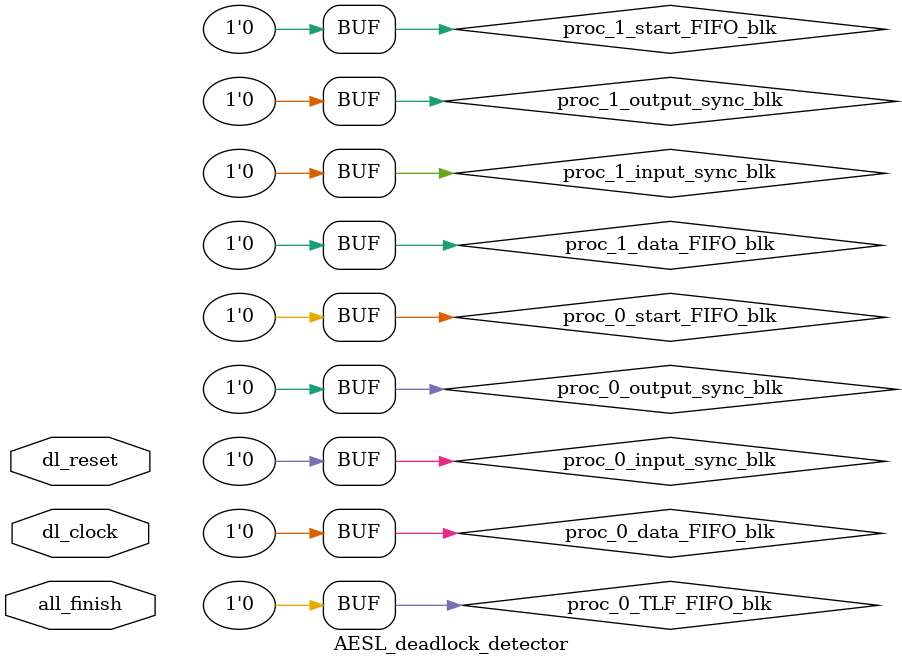
<source format=v>
`timescale 1 ns / 1 ps

module AESL_deadlock_detector (
    input dl_reset,
    input all_finish,
    input dl_clock);

    wire [0:0] proc_0_data_FIFO_blk;
    wire [0:0] proc_0_data_PIPO_blk;
    wire [0:0] proc_0_start_FIFO_blk;
    wire [0:0] proc_0_TLF_FIFO_blk;
    wire [0:0] proc_0_input_sync_blk;
    wire [0:0] proc_0_output_sync_blk;
    wire [0:0] proc_dep_vld_vec_0;
    reg [0:0] proc_dep_vld_vec_0_reg;
    wire [0:0] in_chan_dep_vld_vec_0;
    wire [1:0] in_chan_dep_data_vec_0;
    wire [0:0] token_in_vec_0;
    wire [0:0] out_chan_dep_vld_vec_0;
    wire [1:0] out_chan_dep_data_0;
    wire [0:0] token_out_vec_0;
    wire dl_detect_out_0;
    wire dep_chan_vld_1_0;
    wire [1:0] dep_chan_data_1_0;
    wire token_1_0;
    wire [0:0] proc_1_data_FIFO_blk;
    wire [0:0] proc_1_data_PIPO_blk;
    wire [0:0] proc_1_start_FIFO_blk;
    wire [0:0] proc_1_TLF_FIFO_blk;
    wire [0:0] proc_1_input_sync_blk;
    wire [0:0] proc_1_output_sync_blk;
    wire [0:0] proc_dep_vld_vec_1;
    reg [0:0] proc_dep_vld_vec_1_reg;
    wire [0:0] in_chan_dep_vld_vec_1;
    wire [1:0] in_chan_dep_data_vec_1;
    wire [0:0] token_in_vec_1;
    wire [0:0] out_chan_dep_vld_vec_1;
    wire [1:0] out_chan_dep_data_1;
    wire [0:0] token_out_vec_1;
    wire dl_detect_out_1;
    wire dep_chan_vld_0_1;
    wire [1:0] dep_chan_data_0_1;
    wire token_0_1;
    wire [1:0] dl_in_vec;
    wire dl_detect_out;
    wire token_clear;
    wire [1:0] origin;

    reg ap_done_reg_0;// for module AESL_inst_MultipleToSerial.Block_entry4_proc2_U0
    always @ (negedge dl_reset or posedge dl_clock) begin
        if (~dl_reset) begin
            ap_done_reg_0 <= 'b0;
        end
        else begin
            ap_done_reg_0 <= AESL_inst_MultipleToSerial.Block_entry4_proc2_U0.ap_done & ~AESL_inst_MultipleToSerial.Block_entry4_proc2_U0.ap_continue;
        end
    end

    reg ap_done_reg_1;// for module AESL_inst_MultipleToSerial.Loop_VITIS_LOOP_16_1_proc_U0
    always @ (negedge dl_reset or posedge dl_clock) begin
        if (~dl_reset) begin
            ap_done_reg_1 <= 'b0;
        end
        else begin
            ap_done_reg_1 <= AESL_inst_MultipleToSerial.Loop_VITIS_LOOP_16_1_proc_U0.ap_done & ~AESL_inst_MultipleToSerial.Loop_VITIS_LOOP_16_1_proc_U0.ap_continue;
        end
    end

    // Process: AESL_inst_MultipleToSerial.Block_entry4_proc2_U0
    AESL_deadlock_detect_unit #(2, 0, 1, 1) AESL_deadlock_detect_unit_0 (
        .reset(dl_reset),
        .clock(dl_clock),
        .proc_dep_vld_vec(proc_dep_vld_vec_0),
        .in_chan_dep_vld_vec(in_chan_dep_vld_vec_0),
        .in_chan_dep_data_vec(in_chan_dep_data_vec_0),
        .token_in_vec(token_in_vec_0),
        .dl_detect_in(dl_detect_out),
        .origin(origin[0]),
        .token_clear(token_clear),
        .out_chan_dep_vld_vec(out_chan_dep_vld_vec_0),
        .out_chan_dep_data(out_chan_dep_data_0),
        .token_out_vec(token_out_vec_0),
        .dl_detect_out(dl_in_vec[0]));

    assign proc_0_data_FIFO_blk[0] = 1'b0;
    assign proc_0_data_PIPO_blk[0] = 1'b0 | (~AESL_inst_MultipleToSerial.tmp_elements_U.i_full_n & AESL_inst_MultipleToSerial.Block_entry4_proc2_U0.ap_done & ap_done_reg_0 & ~AESL_inst_MultipleToSerial.tmp_elements_U.t_read);
    assign proc_0_start_FIFO_blk[0] = 1'b0;
    assign proc_0_TLF_FIFO_blk[0] = 1'b0;
    assign proc_0_input_sync_blk[0] = 1'b0;
    assign proc_0_output_sync_blk[0] = 1'b0;
    assign proc_dep_vld_vec_0[0] = dl_detect_out ? proc_dep_vld_vec_0_reg[0] : (proc_0_data_FIFO_blk[0] | proc_0_data_PIPO_blk[0] | proc_0_start_FIFO_blk[0] | proc_0_TLF_FIFO_blk[0] | proc_0_input_sync_blk[0] | proc_0_output_sync_blk[0]);
    always @ (negedge dl_reset or posedge dl_clock) begin
        if (~dl_reset) begin
            proc_dep_vld_vec_0_reg <= 'b0;
        end
        else begin
            proc_dep_vld_vec_0_reg <= proc_dep_vld_vec_0;
        end
    end
    assign in_chan_dep_vld_vec_0[0] = dep_chan_vld_1_0;
    assign in_chan_dep_data_vec_0[1 : 0] = dep_chan_data_1_0;
    assign token_in_vec_0[0] = token_1_0;
    assign dep_chan_vld_0_1 = out_chan_dep_vld_vec_0[0];
    assign dep_chan_data_0_1 = out_chan_dep_data_0;
    assign token_0_1 = token_out_vec_0[0];

    // Process: AESL_inst_MultipleToSerial.Loop_VITIS_LOOP_16_1_proc_U0
    AESL_deadlock_detect_unit #(2, 1, 1, 1) AESL_deadlock_detect_unit_1 (
        .reset(dl_reset),
        .clock(dl_clock),
        .proc_dep_vld_vec(proc_dep_vld_vec_1),
        .in_chan_dep_vld_vec(in_chan_dep_vld_vec_1),
        .in_chan_dep_data_vec(in_chan_dep_data_vec_1),
        .token_in_vec(token_in_vec_1),
        .dl_detect_in(dl_detect_out),
        .origin(origin[1]),
        .token_clear(token_clear),
        .out_chan_dep_vld_vec(out_chan_dep_vld_vec_1),
        .out_chan_dep_data(out_chan_dep_data_1),
        .token_out_vec(token_out_vec_1),
        .dl_detect_out(dl_in_vec[1]));

    assign proc_1_data_FIFO_blk[0] = 1'b0;
    assign proc_1_data_PIPO_blk[0] = 1'b0 | (~AESL_inst_MultipleToSerial.tmp_elements_U.t_empty_n & AESL_inst_MultipleToSerial.Loop_VITIS_LOOP_16_1_proc_U0.ap_idle & ~AESL_inst_MultipleToSerial.tmp_elements_U.i_write);
    assign proc_1_start_FIFO_blk[0] = 1'b0;
    assign proc_1_TLF_FIFO_blk[0] = 1'b0 | (~AESL_inst_MultipleToSerial.tmp_elements_num_loc_channel_U.if_empty_n & AESL_inst_MultipleToSerial.Loop_VITIS_LOOP_16_1_proc_U0.ap_idle & ~AESL_inst_MultipleToSerial.tmp_elements_num_loc_channel_U.if_write);
    assign proc_1_input_sync_blk[0] = 1'b0;
    assign proc_1_output_sync_blk[0] = 1'b0;
    assign proc_dep_vld_vec_1[0] = dl_detect_out ? proc_dep_vld_vec_1_reg[0] : (proc_1_data_FIFO_blk[0] | proc_1_data_PIPO_blk[0] | proc_1_start_FIFO_blk[0] | proc_1_TLF_FIFO_blk[0] | proc_1_input_sync_blk[0] | proc_1_output_sync_blk[0]);
    always @ (negedge dl_reset or posedge dl_clock) begin
        if (~dl_reset) begin
            proc_dep_vld_vec_1_reg <= 'b0;
        end
        else begin
            proc_dep_vld_vec_1_reg <= proc_dep_vld_vec_1;
        end
    end
    assign in_chan_dep_vld_vec_1[0] = dep_chan_vld_0_1;
    assign in_chan_dep_data_vec_1[1 : 0] = dep_chan_data_0_1;
    assign token_in_vec_1[0] = token_0_1;
    assign dep_chan_vld_1_0 = out_chan_dep_vld_vec_1[0];
    assign dep_chan_data_1_0 = out_chan_dep_data_1;
    assign token_1_0 = token_out_vec_1[0];


    wire [1:0] dl_in_vec_comb = dl_in_vec & ~{1{all_finish}};
    AESL_deadlock_report_unit #(2) AESL_deadlock_report_unit_inst (
        .dl_reset(dl_reset),
        .dl_clock(dl_clock),
        .dl_in_vec(dl_in_vec_comb),
        .ap_done_reg_0(ap_done_reg_0),
        .ap_done_reg_1(ap_done_reg_1),
        .dl_detect_out(dl_detect_out),
        .origin(origin),
        .token_clear(token_clear));

endmodule

</source>
